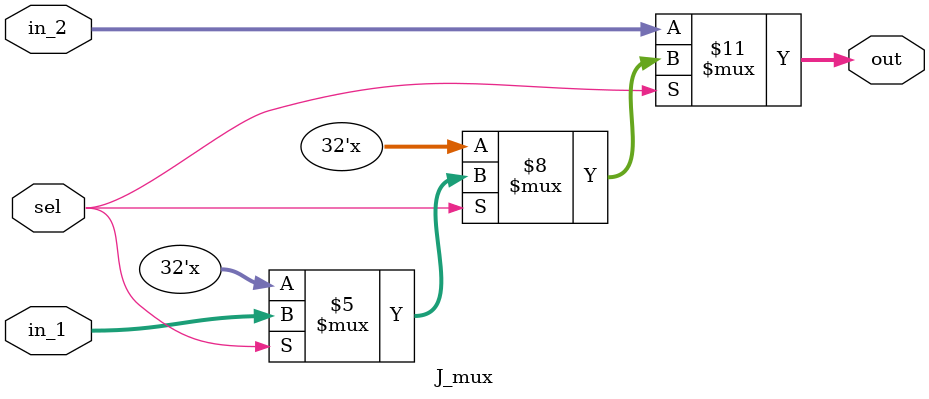
<source format=v>
`timescale 1ns / 1ps


module J_mux(
    input [31:0] in_1,
    input [31:0] in_2,
    input sel, 
    output reg [31:0] out  
    );
    //mux that comes with jump as seen by figure 4.24
    
    always @(in_1 or in_2 or sel)
    begin 
        if(sel==1'b0) begin
            out = in_2; //sending forward the normal PC instruction 
        end else if (sel == 1'b1) begin 
            out = in_1; //sending forward the new jump instruction 
        end
    end
    
    
    
endmodule

</source>
